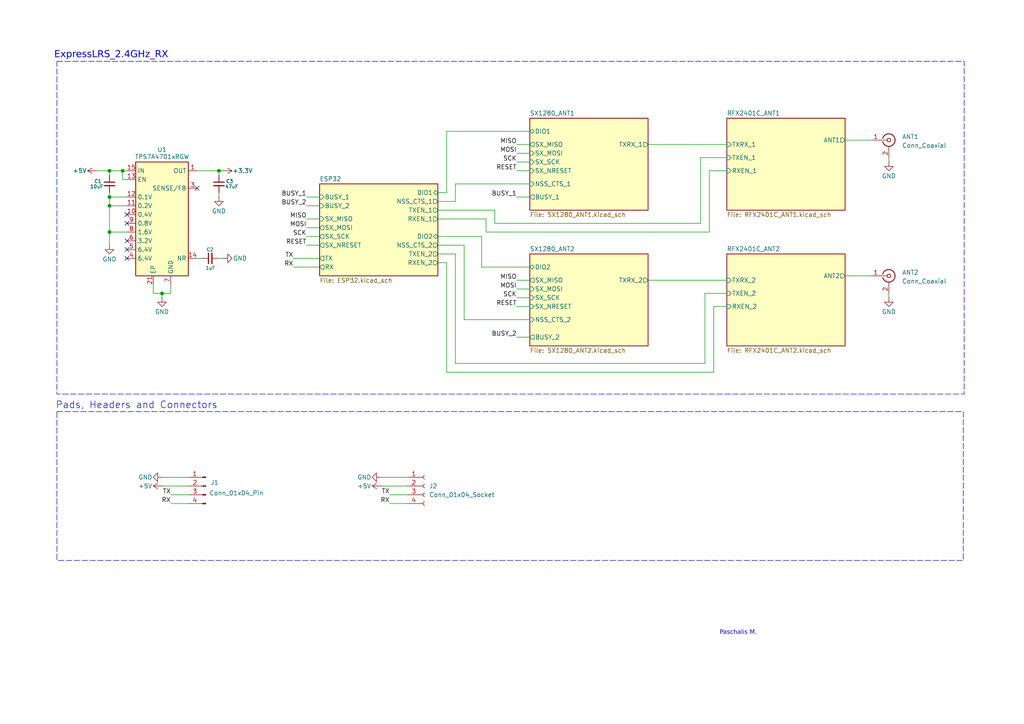
<source format=kicad_sch>
(kicad_sch (version 20231120) (generator "eeschema") (generator_version "8.0")
  (paper "A4")
  (title_block (title "TD1_2.4GHz True Antenna Diversity RX Boards - Version 1") (date "2025-02-23") (rev "1.0") (company "https://github.com/Paschalis | TeodoraMiu") (comment 3 "The receiver utilizes two independent Semtech LoRa chips."))
  (lib_symbols
    (symbol "Connector:Conn_01x04_Pin" (pin_names (offset 1.016) hide)
      (property "Reference" "J" (at 0 5.08 0))
      (property "Value" "Conn_01x04_Pin" (at 0 -7.62 0))
      (symbol "Conn_01x04_Pin_1_1"
        (polyline (pts (xy 1.27 -5.08) (xy 0.8636 -5.08)) (stroke (width 0.1524)))
        (polyline (pts (xy 1.27 -2.54) (xy 0.8636 -2.54)) (stroke (width 0.1524)))
        (polyline (pts (xy 1.27 0) (xy 0.8636 0)) (stroke (width 0.1524)))
        (polyline (pts (xy 1.27 2.54) (xy 0.8636 2.54)) (stroke (width 0.1524)))
        (rectangle (start 0.8636 -4.953) (end 0 -5.207) (stroke (width 0.1524)) (fill (type outline)))
        (rectangle (start 0.8636 -2.413) (end 0 -2.667) (stroke (width 0.1524)) (fill (type outline)))
        (rectangle (start 0.8636 0.127) (end 0 -0.127) (stroke (width 0.1524)) (fill (type outline)))
        (rectangle (start 0.8636 2.667) (end 0 2.413) (stroke (width 0.1524)) (fill (type outline)))
        (pin passive line (at 5.08 2.54 180) (length 3.81) (name "Pin_1") (number "1"))
        (pin passive line (at 5.08 0 180) (length 3.81) (name "Pin_2") (number "2"))
        (pin passive line (at 5.08 -2.54 180) (length 3.81) (name "Pin_3") (number "3"))
        (pin passive line (at 5.08 -5.08 180) (length 3.81) (name "Pin_4") (number "4"))
      )
    )
    (symbol "Connector:Conn_01x04_Socket" (pin_names (offset 1.016) hide)
      (property "Reference" "J" (at 0 5.08 0))
      (property "Value" "Conn_01x04_Socket" (at 0 -7.62 0))
      (symbol "Conn_01x04_Socket_1_1"
        (arc (start 0 -4.572) (mid -0.5058 -5.08) (end 0 -5.588) (stroke (width 0.1524)))
        (arc (start 0 -2.032) (mid -0.5058 -2.54) (end 0 -3.048) (stroke (width 0.1524)))
        (polyline (pts (xy -1.27 -5.08) (xy -0.508 -5.08)) (stroke (width 0.1524)))
        (polyline (pts (xy -1.27 -2.54) (xy -0.508 -2.54)) (stroke (width 0.1524)))
        (polyline (pts (xy -1.27 0) (xy -0.508 0)) (stroke (width 0.1524)))
        (polyline (pts (xy -1.27 2.54) (xy -0.508 2.54)) (stroke (width 0.1524)))
        (arc (start 0 0.508) (mid -0.5058 0) (end 0 -0.508) (stroke (width 0.1524)))
        (arc (start 0 3.048) (mid -0.5058 2.54) (end 0 2.032) (stroke (width 0.1524)))
        (pin passive line (at -5.08 2.54 0) (length 3.81) (name "Pin_1") (number "1"))
        (pin passive line (at -5.08 0 0) (length 3.81) (name "Pin_2") (number "2"))
        (pin passive line (at -5.08 -2.54 0) (length 3.81) (name "Pin_3") (number "3"))
        (pin passive line (at -5.08 -5.08 0) (length 3.81) (name "Pin_4") (number "4"))
      )
    )
    (symbol "Connector:Conn_Coaxial" (pin_names (offset 1.016) hide)
      (property "Reference" "J" (at 0.254 3.048 0))
      (property "Value" "Conn_Coaxial" (at 2.921 0 90))
      (symbol "Conn_Coaxial_0_1"
        (arc (start -1.778 -0.508) (mid 0.2311 -1.8066) (end 1.778 0) (stroke (width 0.254)))
        (polyline (pts (xy -2.54 0) (xy -0.508 0)))
        (polyline (pts (xy 0 -2.54) (xy 0 -1.778)))
        (circle (center 0 0) (radius 0.508) (stroke (width 0.2032)))
        (arc (start 1.778 0) (mid 0.2099 1.8101) (end -1.778 0.508) (stroke (width 0.254)))
      )
      (symbol "Conn_Coaxial_1_1"
        (pin passive line (at -5.08 0 0) (length 2.54) (name "In") (number "1"))
        (pin passive line (at 0 -5.08 90) (length 2.54) (name "Ext") (number "2"))
      )
    )
    (symbol "Device:C_Small" (pin_numbers hide) (pin_names (offset 0.254) hide)
      (property "Reference" "C" (at 0.254 1.778 0))
      (property "Value" "C_Small" (at 0.254 -2.032 0))
      (symbol "C_Small_0_1"
        (polyline (pts (xy -1.524 -0.508) (xy 1.524 -0.508)) (stroke (width 0.3302)))
        (polyline (pts (xy -1.524 0.508) (xy 1.524 0.508)) (stroke (width 0.3048)))
      )
      (symbol "C_Small_1_1"
        (pin passive line (at 0 2.54 270) (length 2.032) (name "~") (number "1"))
        (pin passive line (at 0 -2.54 90) (length 2.032) (name "~") (number "2"))
      )
    )
    (symbol "Regulator_Linear:TPS7A4701xRGW"
      (property "Reference" "U" (at -6.35 19.05 0))
      (property "Value" "TPS7A4701xRGW" (at 3.81 19.05 0))
      (symbol "TPS7A4701xRGW_0_1"
        (rectangle (start -7.62 17.78) (end 7.62 -15.24) (stroke (width 0.254)) (fill (type background)))
      )
      (symbol "TPS7A4701xRGW_1_1"
        (pin power_out line (at 10.16 15.24 180) (length 2.54) (name "OUT") (number "1"))
        (pin input line (at -10.16 2.54 0) (length 2.54) (name "0.4V") (number "10"))
        (pin input line (at -10.16 5.08 0) (length 2.54) (name "0.2V") (number "11"))
        (pin input line (at -10.16 7.62 0) (length 2.54) (name "0.1V") (number "12"))
        (pin input line (at -10.16 12.7 0) (length 2.54) (name "EN") (number "13"))
        (pin passive line (at 10.16 -10.16 180) (length 2.54) (name "NR") (number "14"))
        (pin power_in line (at -10.16 15.24 0) (length 2.54) (name "IN") (number "15"))
        (pin passive line (at -10.16 15.24 0) (length 2.54) hide (name "IN") (number "16"))
        (pin power_out line (at 10.16 15.24 180) (length 2.54) hide (name "OUT") (number "20"))
        (pin passive line (at -2.54 -17.78 90) (length 2.54) (name "EP") (number "21"))
        (pin input line (at 10.16 10.16 180) (length 2.54) (name "SENSE/FB") (number "3"))
        (pin input line (at -10.16 -10.16 0) (length 2.54) (name "6.4V") (number "4"))
        (pin input line (at -10.16 -7.62 0) (length 2.54) (name "6.4V") (number "5"))
        (pin input line (at -10.16 -5.08 0) (length 2.54) (name "3.2V") (number "6"))
        (pin power_in line (at 2.54 -17.78 90) (length 2.54) (name "GND") (number "7"))
        (pin input line (at -10.16 -2.54 0) (length 2.54) (name "1.6V") (number "8"))
        (pin input line (at -10.16 0 0) (length 2.54) (name "0.8V") (number "9"))
      )
    )
    (symbol "power:+3.3V" (power) (pin_numbers hide) (pin_names (offset 0) hide)
      (property "Value" "+3.3V" (at 0 3.556 0))
      (symbol "+3.3V_0_1"
        (polyline (pts (xy -0.762 1.27) (xy 0 2.54)))
        (polyline (pts (xy 0 0) (xy 0 2.54)))
        (polyline (pts (xy 0 2.54) (xy 0.762 1.27)))
      )
      (symbol "+3.3V_1_1"
        (pin power_in line (at 0 0 90) (length 0) (name "~") (number "1"))
      )
    )
    (symbol "power:+5V" (power) (pin_numbers hide) (pin_names (offset 0) hide)
      (property "Value" "+5V" (at 0 3.556 0))
      (symbol "+5V_0_1"
        (polyline (pts (xy -0.762 1.27) (xy 0 2.54)))
        (polyline (pts (xy 0 0) (xy 0 2.54)))
        (polyline (pts (xy 0 2.54) (xy 0.762 1.27)))
      )
      (symbol "+5V_1_1"
        (pin power_in line (at 0 0 90) (length 0) (name "~") (number "1"))
      )
    )
    (symbol "power:GND" (power) (pin_numbers hide) (pin_names (offset 0) hide)
      (property "Value" "GND" (at 0 -3.81 0))
      (symbol "GND_0_1"
        (polyline (pts (xy 0 0) (xy 0 -1.27) (xy 1.27 -1.27) (xy 0 -2.54) (xy -1.27 -1.27) (xy 0 -1.27)))
      )
      (symbol "GND_1_1"
        (pin power_in line (at 0 0 270) (length 0) (name "~") (number "1"))
      )
    )
  )
  (junction (at 31.75 57.15))
  (junction (at 31.75 67.31))
  (junction (at 31.75 49.53))
  (junction (at 63.5 49.53))
  (junction (at 35.56 49.53))
  (junction (at 46.99 85.09))
  (junction (at 31.75 59.69))
  (no_connect (at 36.83 69.85))
  (no_connect (at 36.83 64.77))
  (no_connect (at 36.83 74.93))
  (no_connect (at 36.83 72.39))
  (no_connect (at 36.83 62.23))
  (no_connect (at 57.15 54.61))
  (wire (pts (xy 207.01 107.95) (xy 129.54 107.95)))
  (wire (pts (xy 204.47 105.41) (xy 204.47 85.09)))
  (wire (pts (xy 149.86 88.9) (xy 153.67 88.9)))
  (wire (pts (xy 149.86 86.36) (xy 153.67 86.36)))
  (wire (pts (xy 132.08 73.66) (xy 132.08 105.41)))
  (wire (pts (xy 149.86 44.45) (xy 153.67 44.45)))
  (wire (pts (xy 110.49 140.97) (xy 118.11 140.97)))
  (wire (pts (xy 88.9 68.58) (xy 92.71 68.58)))
  (wire (pts (xy 113.03 146.05) (xy 118.11 146.05)))
  (wire (pts (xy 27.94 49.53) (xy 31.75 49.53)))
  (wire (pts (xy 36.83 57.15) (xy 31.75 57.15)))
  (wire (pts (xy 210.82 88.9) (xy 207.01 88.9)))
  (wire (pts (xy 143.51 64.77) (xy 203.2 64.77)))
  (wire (pts (xy 46.99 86.36) (xy 46.99 85.09)))
  (wire (pts (xy 204.47 85.09) (xy 210.82 85.09)))
  (wire (pts (xy 88.9 66.04) (xy 92.71 66.04)))
  (wire (pts (xy 149.86 57.15) (xy 153.67 57.15)))
  (wire (pts (xy 31.75 57.15) (xy 31.75 59.69)))
  (wire (pts (xy 85.09 77.47) (xy 92.71 77.47)))
  (wire (pts (xy 129.54 38.1) (xy 153.67 38.1)))
  (wire (pts (xy 113.03 143.51) (xy 118.11 143.51)))
  (wire (pts (xy 31.75 59.69) (xy 31.75 67.31)))
  (wire (pts (xy 31.75 55.88) (xy 31.75 57.15)))
  (wire (pts (xy 140.97 67.31) (xy 205.74 67.31)))
  (wire (pts (xy 31.75 59.69) (xy 36.83 59.69)))
  (wire (pts (xy 88.9 57.15) (xy 92.71 57.15)))
  (wire (pts (xy 143.51 60.96) (xy 143.51 64.77)))
  (wire (pts (xy 245.11 80.01) (xy 252.73 80.01)))
  (wire (pts (xy 63.5 50.8) (xy 63.5 49.53)))
  (wire (pts (xy 127 63.5) (xy 140.97 63.5)))
  (wire (pts (xy 63.5 49.53) (xy 64.77 49.53)))
  (wire (pts (xy 149.86 41.91) (xy 153.67 41.91)))
  (wire (pts (xy 46.99 140.97) (xy 54.61 140.97)))
  (wire (pts (xy 49.53 143.51) (xy 54.61 143.51)))
  (wire (pts (xy 245.11 40.64) (xy 252.73 40.64)))
  (wire (pts (xy 257.81 45.72) (xy 257.81 46.99)))
  (wire (pts (xy 205.74 67.31) (xy 205.74 49.53)))
  (wire (pts (xy 127 55.88) (xy 129.54 55.88)))
  (wire (pts (xy 139.7 77.47) (xy 153.67 77.47)))
  (wire (pts (xy 187.96 81.28) (xy 210.82 81.28)))
  (wire (pts (xy 203.2 45.72) (xy 210.82 45.72)))
  (wire (pts (xy 49.53 85.09) (xy 49.53 82.55)))
  (wire (pts (xy 127 68.58) (xy 139.7 68.58)))
  (wire (pts (xy 127 60.96) (xy 143.51 60.96)))
  (wire (pts (xy 44.45 82.55) (xy 44.45 85.09)))
  (wire (pts (xy 129.54 55.88) (xy 129.54 38.1)))
  (wire (pts (xy 88.9 59.69) (xy 92.71 59.69)))
  (wire (pts (xy 207.01 88.9) (xy 207.01 107.95)))
  (wire (pts (xy 110.49 138.43) (xy 118.11 138.43)))
  (wire (pts (xy 149.86 83.82) (xy 153.67 83.82)))
  (wire (pts (xy 88.9 71.12) (xy 92.71 71.12)))
  (wire (pts (xy 85.09 74.93) (xy 92.71 74.93)))
  (wire (pts (xy 127 71.12) (xy 134.62 71.12)))
  (wire (pts (xy 257.81 85.09) (xy 257.81 86.36)))
  (wire (pts (xy 127 73.66) (xy 132.08 73.66)))
  (wire (pts (xy 187.96 41.91) (xy 210.82 41.91)))
  (wire (pts (xy 153.67 53.34) (xy 132.08 53.34)))
  (wire (pts (xy 36.83 52.07) (xy 35.56 52.07)))
  (wire (pts (xy 132.08 53.34) (xy 132.08 58.42)))
  (wire (pts (xy 203.2 64.77) (xy 203.2 45.72)))
  (wire (pts (xy 149.86 49.53) (xy 153.67 49.53)))
  (wire (pts (xy 31.75 49.53) (xy 31.75 50.8)))
  (wire (pts (xy 46.99 85.09) (xy 49.53 85.09)))
  (wire (pts (xy 139.7 68.58) (xy 139.7 77.47)))
  (wire (pts (xy 149.86 81.28) (xy 153.67 81.28)))
  (wire (pts (xy 31.75 67.31) (xy 36.83 67.31)))
  (wire (pts (xy 49.53 146.05) (xy 54.61 146.05)))
  (wire (pts (xy 46.99 138.43) (xy 54.61 138.43)))
  (wire (pts (xy 44.45 85.09) (xy 46.99 85.09)))
  (wire (pts (xy 127 58.42) (xy 132.08 58.42)))
  (wire (pts (xy 63.5 74.93) (xy 64.77 74.93)))
  (wire (pts (xy 31.75 67.31) (xy 31.75 71.12)))
  (wire (pts (xy 31.75 49.53) (xy 35.56 49.53)))
  (wire (pts (xy 149.86 97.79) (xy 153.67 97.79)))
  (wire (pts (xy 205.74 49.53) (xy 210.82 49.53)))
  (wire (pts (xy 129.54 76.2) (xy 127 76.2)))
  (wire (pts (xy 129.54 107.95) (xy 129.54 76.2)))
  (wire (pts (xy 35.56 52.07) (xy 35.56 49.53)))
  (wire (pts (xy 149.86 46.99) (xy 153.67 46.99)))
  (wire (pts (xy 132.08 105.41) (xy 204.47 105.41)))
  (wire (pts (xy 134.62 92.71) (xy 153.67 92.71)))
  (wire (pts (xy 35.56 49.53) (xy 36.83 49.53)))
  (wire (pts (xy 57.15 74.93) (xy 58.42 74.93)))
  (wire (pts (xy 57.15 49.53) (xy 63.5 49.53)))
  (wire (pts (xy 140.97 63.5) (xy 140.97 67.31)))
  (wire (pts (xy 88.9 63.5) (xy 92.71 63.5)))
  (wire (pts (xy 63.5 55.88) (xy 63.5 57.15)))
  (wire (pts (xy 134.62 71.12) (xy 134.62 92.71)))
  (rectangle (start 16.51 17.78) (end 279.654 114.3) (stroke (width 0) (type dash)))
  (rectangle (start 16.51 119.38) (end 279.4 162.56) (stroke (width 0) (type dash)))
  (image (at 110.49 66.04) (scale 0.182964))
  (text "Pads, Headers and Connectors" (at 39.624 117.602 0) (effects (font (size 2 2))))
  (text "ExpressLRS_2.4GHz_RX" (at 32.258 16.51 0) (effects (font (size 2 2) (thickness 0.2938))))
  (text "Paschalis M." (at 214.122 183.896 0) (effects (font (size 1.27 1.27))))
  (label "TX" (at 113.03 143.51 180))
  (label "BUSY_1" (at 88.9 57.15 180))
  (label "MISO" (at 149.86 81.28 180))
  (label "MISO" (at 88.9 63.5 180))
  (label "MISO" (at 149.86 41.91 180))
  (label "SCK" (at 88.9 68.58 180))
  (label "SCK" (at 149.86 46.99 180))
  (label "BUSY_2" (at 88.9 59.69 180))
  (label "BUSY_2" (at 149.86 97.79 180))
  (label "TX" (at 85.09 74.93 180))
  (label "RX" (at 49.53 146.05 180))
  (label "TX" (at 49.53 143.51 180))
  (label "BUSY_1" (at 149.86 57.15 180))
  (label "RESET" (at 149.86 88.9 180))
  (label "RESET" (at 149.86 49.53 180))
  (label "RX" (at 113.03 146.05 180))
  (label "MOSI" (at 88.9 66.04 180))
  (label "RX" (at 85.09 77.47 180))
  (label "SCK" (at 149.86 86.36 180))
  (label "MOSI" (at 149.86 83.82 180))
  (label "MOSI" (at 149.86 44.45 180))
  (label "RESET" (at 88.9 71.12 180))
  (symbol (lib_id "power:GND") (at 46.99 138.43 270) (mirror x) (unit 1)
    (property "Reference" "#PWR9" (effects (hide yes)))
    (property "Value" "GND" (at 44.196 138.43 90) (effects (justify right)))
    (property "Description" "Power symbol creates a global label with name \"GND\" , ground" (effects (hide yes)))
  )
  (symbol (lib_id "Connector:Conn_Coaxial") (at 257.81 80.01 0) (unit 1)
    (property "Reference" "ANT2" (at 261.62 79.0331 0) (effects (justify left)))
    (property "Value" "Conn_Coaxial" (at 261.62 81.5731 0) (effects (justify left)))
    (property "Footprint" "Connector_Coaxial:U.FL_Hirose_U.FL-R-SMT-1_Vertical" (effects (hide yes)))
    (property "Description" "coaxial connector (BNC, SMA, SMB, SMC, Cinch/RCA, LEMO, ...)" (effects (hide yes)))
  )
  (symbol (lib_id "Connector:Conn_Coaxial") (at 257.81 40.64 0) (unit 1)
    (property "Reference" "ANT1" (at 261.62 39.6631 0) (effects (justify left)))
    (property "Value" "Conn_Coaxial" (at 261.62 42.2031 0) (effects (justify left)))
    (property "Footprint" "Connector_Coaxial:U.FL_Hirose_U.FL-R-SMT-1_Vertical" (effects (hide yes)))
    (property "Description" "coaxial connector (BNC, SMA, SMB, SMC, Cinch/RCA, LEMO, ...)" (effects (hide yes)))
  )
  (symbol (lib_id "power:GND") (at 257.81 46.99 0) (unit 1)
    (property "Reference" "#PWR07" (effects (hide yes)))
    (property "Value" "GND" (at 257.81 51.054 0))
    (property "Description" "Power symbol creates a global label with name \"GND\" , ground" (effects (hide yes)))
  )
  (symbol (lib_id "power:+5V") (at 110.49 140.97 90) (unit 1)
    (property "Reference" "#PWR12" (effects (hide yes)))
    (property "Value" "+5V" (at 107.696 140.97 90) (effects (justify left)))
    (property "Description" "Power symbol creates a global label with name \"+5V\"" (effects (hide yes)))
  )
  (symbol (lib_id "Regulator_Linear:TPS7A4701xRGW") (at 46.99 64.77 0) (unit 1)
    (property "Reference" "U1" (at 46.99 43.434 0))
    (property "Value" "TPS7A4701xRGW" (at 46.99 45.466 0))
    (property "Footprint" "Package_DFN_QFN:Texas_RGW0020A_VQFN-20-1EP_5x5mm_P0.65mm_EP3.15x3.15mm_ThermalVias" (effects (hide yes)))
    (property "Datasheet" "https://www.ti.com/lit/ds/symlink/tps7a47.pdf" (effects (hide yes)))
    (property "Description" "1A, Low-Noise Low-Dropout Voltage Regulator, 3-35V Input, Adjustable 1.4-34V Output, VQFN-20" (effects (hide yes)))
  )
  (symbol (lib_id "power:GND") (at 257.81 86.36 0) (unit 1)
    (property "Reference" "#PWR08" (effects (hide yes)))
    (property "Value" "GND" (at 257.81 90.424 0))
    (property "Description" "Power symbol creates a global label with name \"GND\" , ground" (effects (hide yes)))
  )
  (symbol (lib_id "power:GND") (at 31.75 71.12 0) (unit 1)
    (property "Reference" "#PWR02" (effects (hide yes)))
    (property "Value" "GND" (at 31.75 75.184 0))
    (property "Description" "Power symbol creates a global label with name \"GND\" , ground" (effects (hide yes)))
  )
  (symbol (lib_id "Device:C_Small") (at 31.75 53.34 0) (mirror y) (unit 1)
    (property "Reference" "C1" (at 29.464 52.578 0) (effects (font (size 1 1)) (justify left)))
    (property "Value" "10uF" (at 29.972 54.102 0) (effects (font (size 1 1)) (justify left)))
    (property "Footprint" "Capacitor_SMD:C_0603_1608Metric_Pad1.08x0.95mm_HandSolder" (effects (hide yes)))
    (property "Description" "Unpolarized capacitor, small symbol" (effects (hide yes)))
  )
  (symbol (lib_id "power:GND") (at 63.5 57.15 0) (unit 1)
    (property "Reference" "#PWR04" (effects (hide yes)))
    (property "Value" "GND" (at 63.5 61.214 0))
    (property "Description" "Power symbol creates a global label with name \"GND\" , ground" (effects (hide yes)))
  )
  (symbol (lib_id "power:+3.3V") (at 64.77 49.53 270) (unit 1)
    (property "Reference" "#PWR05" (effects (hide yes)))
    (property "Value" "+3.3V" (at 70.358 49.53 90))
    (property "Description" "Power symbol creates a global label with name \"+3.3V\"" (effects (hide yes)))
  )
  (symbol (lib_id "power:GND") (at 110.49 138.43 270) (mirror x) (unit 1)
    (property "Reference" "#PWR11" (effects (hide yes)))
    (property "Value" "GND" (at 107.696 138.43 90) (effects (justify right)))
    (property "Description" "Power symbol creates a global label with name \"GND\" , ground" (effects (hide yes)))
  )
  (symbol (lib_id "power:GND") (at 46.99 86.36 0) (unit 1)
    (property "Reference" "#PWR03" (effects (hide yes)))
    (property "Value" "GND" (at 49.022 90.424 0) (effects (justify right)))
    (property "Description" "Power symbol creates a global label with name \"GND\" , ground" (effects (hide yes)))
  )
  (symbol (lib_id "Connector:Conn_01x04_Socket") (at 123.19 140.97 0) (unit 1)
    (property "Reference" "J2" (at 124.46 140.9699 0) (effects (justify left)))
    (property "Value" "Conn_01x04_Socket" (at 124.46 143.5099 0) (effects (justify left)))
    (property "Footprint" "Connector_Harwin:Harwin_M20-89004xx_1x04_P2.54mm_Horizontal" (effects (hide yes)))
    (property "Description" "Generic connector, single row, 01x04, script generated" (effects (hide yes)))
  )
  (symbol (lib_id "Device:C_Small") (at 63.5 53.34 0) (unit 1)
    (property "Reference" "C3" (at 65.532 52.578 0) (effects (font (size 1 1)) (justify left)))
    (property "Value" "47uF" (at 65.278 54.102 0) (effects (font (size 1 1)) (justify left)))
    (property "Footprint" "Capacitor_SMD:C_0603_1608Metric_Pad1.08x0.95mm_HandSolder" (effects (hide yes)))
    (property "Description" "Unpolarized capacitor, small symbol" (effects (hide yes)))
  )
  (symbol (lib_id "power:+5V") (at 27.94 49.53 90) (unit 1)
    (property "Reference" "#PWR01" (effects (hide yes)))
    (property "Value" "+5V" (at 25.146 49.53 90) (effects (justify left)))
    (property "Description" "Power symbol creates a global label with name \"+5V\"" (effects (hide yes)))
  )
  (symbol (lib_id "power:+5V") (at 46.99 140.97 90) (unit 1)
    (property "Reference" "#PWR10" (effects (hide yes)))
    (property "Value" "+5V" (at 44.196 140.97 90) (effects (justify left)))
    (property "Description" "Power symbol creates a global label with name \"+5V\"" (effects (hide yes)))
  )
  (symbol (lib_id "power:GND") (at 64.77 74.93 90) (unit 1)
    (property "Reference" "#PWR06" (effects (hide yes)))
    (property "Value" "GND" (at 67.564 74.93 90) (effects (justify right)))
    (property "Description" "Power symbol creates a global label with name \"GND\" , ground" (effects (hide yes)))
  )
  (symbol (lib_id "Device:C_Small") (at 60.96 74.93 90) (unit 1)
    (property "Reference" "C2" (at 61.976 72.39 90) (effects (font (size 1 1)) (justify left)))
    (property "Value" "1uF" (at 62.484 77.724 90) (effects (font (size 1 1)) (justify left)))
    (property "Footprint" "Capacitor_SMD:C_0603_1608Metric_Pad1.08x0.95mm_HandSolder" (effects (hide yes)))
    (property "Description" "Unpolarized capacitor, small symbol" (effects (hide yes)))
  )
  (symbol (lib_id "Connector:Conn_01x04_Pin") (at 59.69 140.97 0) (mirror y) (unit 1)
    (property "Reference" "J1" (at 62.23 139.954 0))
    (property "Value" "Conn_01x04_Pin" (at 68.58 143.002 0))
    (property "Footprint" "Connector_JST:JST_GH_SM04B-GHS-TB_1x04-1MP_P1.25mm_Horizontal" (effects (hide yes)))
    (property "Description" "Generic connector, single row, 01x04, script generated" (effects (hide yes)))
  )
  (sheet (at 210.82 34.29) (size 34.29 26.67) (stroke (width 0.25) (color 132 0 0 1)) (fill (color 255 255 194 1.0000))
    (property "Sheetname" "RFX2401C_ANT1" (at 210.82 33.5784 0) (effects (justify left bottom)))
    (property "Sheetfile" "RFX2401C_ANT1.kicad_sch" (at 210.82 61.5446 0) (effects (justify left top)))
    (pin "TXRX_1" input (at 210.82 41.91 180))
    (pin "TXEN_1" input (at 210.82 45.72 180))
    (pin "RXEN_1" input (at 210.82 49.53 180))
    (pin "ANT1" output (at 245.11 40.64 0))
  )
  (sheet (at 153.67 34.29) (size 34.29 26.67) (stroke (width 0.25) (color 132 0 0 1)) (fill (color 255 255 194 1.0000))
    (property "Sheetname" "SX1280_ANT1" (at 153.67 33.5784 0) (effects (justify left bottom)))
    (property "Sheetfile" "SX1280_ANT1.kicad_sch" (at 153.67 61.5446 0) (effects (justify left top)))
    (pin "TXRX_1" output (at 187.96 41.91 0))
    (pin "DIO1" bidirectional (at 153.67 38.1 180))
    (pin "SX_NRESET" input (at 153.67 49.53 180))
    (pin "SX_MISO" output (at 153.67 41.91 180))
    (pin "SX_SCK" input (at 153.67 46.99 180))
    (pin "SX_MOSI" input (at 153.67 44.45 180))
    (pin "BUSY_1" output (at 153.67 57.15 180))
    (pin "NSS_CTS_1" input (at 153.67 53.34 180))
  )
  (sheet (at 92.71 53.34) (size 34.29 26.67) (stroke (width 0.25) (color 132 0 0 1)) (fill (color 255 255 194 1.0000))
    (property "Sheetname" "ESP32" (at 92.71 52.6284 0) (effects (justify left bottom)))
    (property "Sheetfile" "ESP32.kicad_sch" (at 92.71 80.5946 0) (effects (justify left top)))
    (pin "NSS_CTS_2" output (at 127 71.12 0))
    (pin "RXEN_2" output (at 127 76.2 0))
    (pin "RXEN_1" output (at 127 63.5 0))
    (pin "TXEN_1" output (at 127 60.96 0))
    (pin "TXEN_2" output (at 127 73.66 0))
    (pin "RX" output (at 92.71 77.47 180))
    (pin "TX" output (at 92.71 74.93 180))
    (pin "SX_MISO" input (at 92.71 63.5 180))
    (pin "NSS_CTS_1" output (at 127 58.42 0))
    (pin "SX_MOSI" output (at 92.71 66.04 180))
    (pin "DIO2" bidirectional (at 127 68.58 0))
    (pin "SX_NRESET" output (at 92.71 71.12 180))
    (pin "SX_SCK" output (at 92.71 68.58 180))
    (pin "BUSY_2" input (at 92.71 59.69 180))
    (pin "BUSY_1" input (at 92.71 57.15 180))
    (pin "DIO1" bidirectional (at 127 55.88 0))
  )
  (sheet (at 210.82 73.66) (size 34.29 26.67) (stroke (width 0.25) (color 132 0 0 1)) (fill (color 255 255 194 1.0000))
    (property "Sheetname" "RFX2401C_ANT2" (at 210.82 72.9484 0) (effects (justify left bottom)))
    (property "Sheetfile" "RFX2401C_ANT2.kicad_sch" (at 210.82 100.9146 0) (effects (justify left top)))
    (pin "TXRX_2" input (at 210.82 81.28 180))
    (pin "TXEN_2" input (at 210.82 85.09 180))
    (pin "RXEN_2" input (at 210.82 88.9 180))
    (pin "ANT2" output (at 245.11 80.01 0))
  )
  (sheet (at 153.67 73.66) (size 34.29 26.67) (stroke (width 0.25) (color 132 0 0 1)) (fill (color 255 255 194 1.0000))
    (property "Sheetname" "SX1280_ANT2" (at 153.67 72.9484 0) (effects (justify left bottom)))
    (property "Sheetfile" "SX1280_ANT2.kicad_sch" (at 153.67 100.9146 0) (effects (justify left top)))
    (pin "TXRX_2" output (at 187.96 81.28 0))
    (pin "SX_NRESET" input (at 153.67 88.9 180))
    (pin "BUSY_2" output (at 153.67 97.79 180))
    (pin "SX_MISO" output (at 153.67 81.28 180))
    (pin "SX_MOSI" input (at 153.67 83.82 180))
    (pin "SX_SCK" input (at 153.67 86.36 180))
    (pin "NSS_CTS_2" input (at 153.67 92.71 180))
    (pin "DIO2" bidirectional (at 153.67 77.47 180))
  )
)
</source>
